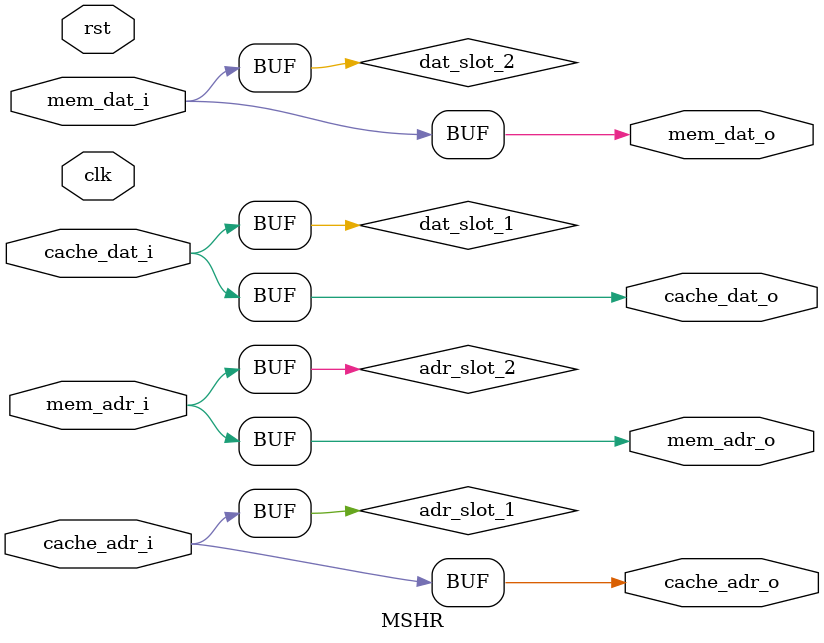
<source format=v>
`timescale 1ns / 1ps


module MSHR(

    input clk,
    input rst,
    input cache_adr_i,
    input cache_dat_i,
    input mem_adr_i,
    input mem_dat_i,
    
    output cache_adr_o,
    output cache_dat_o,
    output mem_adr_o,
    output mem_dat_o

    );
    
    reg adr_slot_1, dat_slot_1;
    reg adr_slot_2, dat_slot_2;
    
    always@(*)
    begin
        adr_slot_1 = cache_adr_i;
        dat_slot_1 = cache_dat_i;
        adr_slot_2 = mem_adr_i;
        dat_slot_2 = mem_dat_i;
    end
    
    assign cache_adr_o = adr_slot_1;
    assign cache_dat_o = dat_slot_1;
    assign mem_adr_o = adr_slot_2;
    assign mem_dat_o = dat_slot_2;
    
    
    /*always@(posedge clk)
    begin
        if(rst==1'b1)
        begin
            cache_line_o <= 1'b0;
            mem_line_o <= 1'b0;
        end
        else
        begin
            cache_line_o <= inner_slot_2;
            mem_line_o <= inner_slot_1;
        end
    end*/
        
endmodule

</source>
